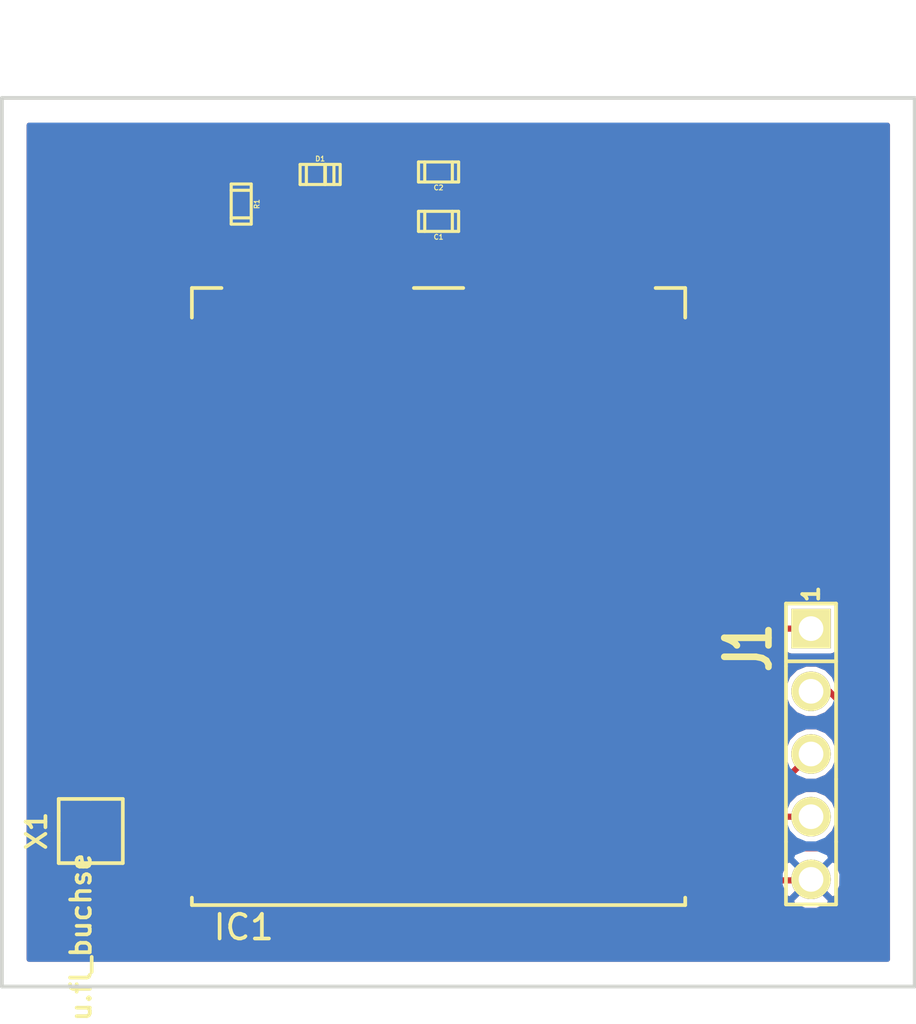
<source format=kicad_pcb>
(kicad_pcb (version 4) (host pcbnew 4.0.6)

  (general
    (links 22)
    (no_connects 0)
    (area 0 0 0 0)
    (thickness 1.6)
    (drawings 5)
    (tracks 45)
    (zones 0)
    (modules 7)
    (nets 9)
  )

  (page A4)
  (title_block
    (date 2017-05-02)
    (rev 1.0)
    (company "Lobaro Hamburg")
  )

  (layers
    (0 F.Cu signal)
    (31 B.Cu signal)
    (32 B.Adhes user)
    (33 F.Adhes user)
    (34 B.Paste user)
    (35 F.Paste user)
    (36 B.SilkS user)
    (37 F.SilkS user)
    (38 B.Mask user)
    (39 F.Mask user)
    (40 Dwgs.User user)
    (41 Cmts.User user)
    (42 Eco1.User user)
    (43 Eco2.User user)
    (44 Edge.Cuts user)
    (45 Margin user)
    (46 B.CrtYd user)
    (47 F.CrtYd user)
    (48 B.Fab user)
    (49 F.Fab user)
  )

  (setup
    (last_trace_width 0.25)
    (user_trace_width 0.4)
    (user_trace_width 1)
    (user_trace_width 1.6)
    (trace_clearance 0.2)
    (zone_clearance 0.2)
    (zone_45_only yes)
    (trace_min 0.2)
    (segment_width 0.2)
    (edge_width 0.15)
    (via_size 0.6)
    (via_drill 0.4)
    (via_min_size 0.4)
    (via_min_drill 0.3)
    (uvia_size 0.3)
    (uvia_drill 0.1)
    (uvias_allowed no)
    (uvia_min_size 0.2)
    (uvia_min_drill 0.1)
    (pcb_text_width 0.3)
    (pcb_text_size 1.5 1.5)
    (mod_edge_width 0.15)
    (mod_text_size 1 1)
    (mod_text_width 0.15)
    (pad_size 1.524 1.524)
    (pad_drill 0.762)
    (pad_to_mask_clearance 0.2)
    (aux_axis_origin 0 0)
    (visible_elements 7FFEFF7F)
    (pcbplotparams
      (layerselection 0x00030_80000001)
      (usegerberextensions false)
      (excludeedgelayer true)
      (linewidth 0.100000)
      (plotframeref false)
      (viasonmask false)
      (mode 1)
      (useauxorigin false)
      (hpglpennumber 1)
      (hpglpenspeed 20)
      (hpglpendiameter 15)
      (hpglpenoverlay 2)
      (psnegative false)
      (psa4output false)
      (plotreference true)
      (plotvalue true)
      (plotinvisibletext false)
      (padsonsilk false)
      (subtractmaskfromsilk false)
      (outputformat 1)
      (mirror false)
      (drillshape 1)
      (scaleselection 1)
      (outputdirectory ""))
  )

  (net 0 "")
  (net 1 VDD)
  (net 2 GND)
  (net 3 "Net-(D1-Pad2)")
  (net 4 /SWCLK)
  (net 5 /SWDIO)
  (net 6 /~Reset)
  (net 7 "Net-(IC1-Pad31)")
  (net 8 "Net-(IC1-Pad20)")

  (net_class Default "Dies ist die voreingestellte Netzklasse."
    (clearance 0.2)
    (trace_width 0.25)
    (via_dia 0.6)
    (via_drill 0.4)
    (uvia_dia 0.3)
    (uvia_drill 0.1)
    (add_net /SWCLK)
    (add_net /SWDIO)
    (add_net /~Reset)
    (add_net GND)
    (add_net "Net-(D1-Pad2)")
    (add_net "Net-(IC1-Pad20)")
    (add_net "Net-(IC1-Pad31)")
    (add_net VDD)
  )

  (module StdFootprints:0603 (layer F.Cu) (tedit 54156F84) (tstamp 59092405)
    (at 147.7 67 180)
    (descr 0603)
    (path /59086F9F)
    (fp_text reference C1 (at 0 -0.635 180) (layer F.SilkS)
      (effects (font (size 0.20066 0.20066) (thickness 0.04064)))
    )
    (fp_text value 100nF (at 0 0.635 180) (layer F.SilkS) hide
      (effects (font (size 0.20066 0.20066) (thickness 0.04064)))
    )
    (fp_line (start 0.5588 0.4064) (end 0.5588 -0.4064) (layer F.SilkS) (width 0.127))
    (fp_line (start -0.5588 -0.381) (end -0.5588 0.4064) (layer F.SilkS) (width 0.127))
    (fp_line (start -0.8128 -0.4064) (end 0.8128 -0.4064) (layer F.SilkS) (width 0.127))
    (fp_line (start 0.8128 -0.4064) (end 0.8128 0.4064) (layer F.SilkS) (width 0.127))
    (fp_line (start 0.8128 0.4064) (end -0.8128 0.4064) (layer F.SilkS) (width 0.127))
    (fp_line (start -0.8128 0.4064) (end -0.8128 -0.4064) (layer F.SilkS) (width 0.127))
    (pad 1 smd rect (at 0.75184 0 180) (size 0.89916 1.00076) (layers F.Cu F.Paste F.Mask)
      (net 1 VDD))
    (pad 2 smd rect (at -0.75184 0 180) (size 0.89916 1.00076) (layers F.Cu F.Paste F.Mask)
      (net 2 GND))
    (model smd/capacitors/c_0603.wrl
      (at (xyz 0 0 0))
      (scale (xyz 1 1 1))
      (rotate (xyz 0 0 0))
    )
  )

  (module StdFootprints:0603 (layer F.Cu) (tedit 54156F84) (tstamp 59092411)
    (at 147.7 65 180)
    (descr 0603)
    (path /59087030)
    (fp_text reference C2 (at 0 -0.635 180) (layer F.SilkS)
      (effects (font (size 0.20066 0.20066) (thickness 0.04064)))
    )
    (fp_text value 1uF (at 0 0.635 180) (layer F.SilkS) hide
      (effects (font (size 0.20066 0.20066) (thickness 0.04064)))
    )
    (fp_line (start 0.5588 0.4064) (end 0.5588 -0.4064) (layer F.SilkS) (width 0.127))
    (fp_line (start -0.5588 -0.381) (end -0.5588 0.4064) (layer F.SilkS) (width 0.127))
    (fp_line (start -0.8128 -0.4064) (end 0.8128 -0.4064) (layer F.SilkS) (width 0.127))
    (fp_line (start 0.8128 -0.4064) (end 0.8128 0.4064) (layer F.SilkS) (width 0.127))
    (fp_line (start 0.8128 0.4064) (end -0.8128 0.4064) (layer F.SilkS) (width 0.127))
    (fp_line (start -0.8128 0.4064) (end -0.8128 -0.4064) (layer F.SilkS) (width 0.127))
    (pad 1 smd rect (at 0.75184 0 180) (size 0.89916 1.00076) (layers F.Cu F.Paste F.Mask)
      (net 1 VDD))
    (pad 2 smd rect (at -0.75184 0 180) (size 0.89916 1.00076) (layers F.Cu F.Paste F.Mask)
      (net 2 GND))
    (model smd/capacitors/c_0603.wrl
      (at (xyz 0 0 0))
      (scale (xyz 1 1 1))
      (rotate (xyz 0 0 0))
    )
  )

  (module StdFootprints:0603_D (layer F.Cu) (tedit 54156F71) (tstamp 5909241E)
    (at 142.9 65.1)
    (descr 0603)
    (path /59088421)
    (fp_text reference D1 (at 0 -0.635) (layer F.SilkS)
      (effects (font (size 0.20066 0.20066) (thickness 0.04064)))
    )
    (fp_text value LED (at 0 0.635) (layer F.SilkS) hide
      (effects (font (size 0.20066 0.20066) (thickness 0.04064)))
    )
    (fp_line (start 0.2 0.4) (end 0.2 -0.4) (layer F.SilkS) (width 0.15))
    (fp_line (start 0.5588 0.4064) (end 0.5588 -0.4064) (layer F.SilkS) (width 0.127))
    (fp_line (start -0.5588 -0.381) (end -0.5588 0.4064) (layer F.SilkS) (width 0.127))
    (fp_line (start -0.8128 -0.4064) (end 0.8128 -0.4064) (layer F.SilkS) (width 0.127))
    (fp_line (start 0.8128 -0.4064) (end 0.8128 0.4064) (layer F.SilkS) (width 0.127))
    (fp_line (start 0.8128 0.4064) (end -0.8128 0.4064) (layer F.SilkS) (width 0.127))
    (fp_line (start -0.8128 0.4064) (end -0.8128 -0.4064) (layer F.SilkS) (width 0.127))
    (pad 1 smd rect (at 0.75184 0) (size 0.89916 1.00076) (layers F.Cu F.Paste F.Mask)
      (net 2 GND))
    (pad 2 smd rect (at -0.75184 0) (size 0.89916 1.00076) (layers F.Cu F.Paste F.Mask)
      (net 3 "Net-(D1-Pad2)"))
    (model smd/capacitors/c_0603.wrl
      (at (xyz 0 0 0))
      (scale (xyz 1 1 1))
      (rotate (xyz 0 0 0))
    )
  )

  (module iM880B (layer F.Cu) (tedit 572A041D) (tstamp 5909244A)
    (at 147.7 82.2 270)
    (path /59086D35)
    (fp_text reference IC1 (at 13.4 7.9 360) (layer F.SilkS)
      (effects (font (size 1 1) (thickness 0.15)))
    )
    (fp_text value iM880B (at 0 0 270) (layer F.Fab)
      (effects (font (size 1 1) (thickness 0.15)))
    )
    (fp_line (start 12.5 -10) (end 12.2 -10) (layer F.SilkS) (width 0.15))
    (fp_line (start 12.5 10) (end 12.2 10) (layer F.SilkS) (width 0.15))
    (fp_line (start -12.5 -10) (end -12.5 -8.8) (layer F.SilkS) (width 0.15))
    (fp_line (start -12.5 -10) (end -11.3 -10) (layer F.SilkS) (width 0.15))
    (fp_line (start 12.5 10) (end 12.5 -10) (layer F.SilkS) (width 0.15))
    (fp_line (start -12.5 -1) (end -12.5 1) (layer F.SilkS) (width 0.15))
    (fp_line (start -12.5 10) (end -12.5 8.8) (layer F.SilkS) (width 0.15))
    (fp_line (start -12.5 10) (end -11.3 10) (layer F.SilkS) (width 0.15))
    (pad 1 smd rect (at 11.5 -9.7 270) (size 1.2 1.8) (layers F.Cu F.Paste F.Mask)
      (net 2 GND))
    (pad 2 smd rect (at 9.5 -9.7 270) (size 1.2 1.8) (layers F.Cu F.Paste F.Mask)
      (net 4 /SWCLK))
    (pad 3 smd rect (at 7.5 -9.7 270) (size 1.2 1.8) (layers F.Cu F.Paste F.Mask)
      (net 5 /SWDIO))
    (pad 4 smd rect (at 5.5 -9.7 270) (size 1.2 1.8) (layers F.Cu F.Paste F.Mask))
    (pad 5 smd rect (at 3.5 -9.7 270) (size 1.2 1.8) (layers F.Cu F.Paste F.Mask))
    (pad 6 smd rect (at 1.5 -9.7 270) (size 1.2 1.8) (layers F.Cu F.Paste F.Mask)
      (net 2 GND))
    (pad 7 smd rect (at -0.5 -9.7 270) (size 1.2 1.8) (layers F.Cu F.Paste F.Mask)
      (net 6 /~Reset))
    (pad 8 smd rect (at -2.5 -9.7 270) (size 1.2 1.8) (layers F.Cu F.Paste F.Mask))
    (pad 9 smd rect (at -4.5 -9.7 270) (size 1.2 1.8) (layers F.Cu F.Paste F.Mask))
    (pad 10 smd rect (at -6.5 -9.7 270) (size 1.2 1.8) (layers F.Cu F.Paste F.Mask))
    (pad 11 smd rect (at -8.5 -9.7 270) (size 1.2 1.8) (layers F.Cu F.Paste F.Mask)
      (net 2 GND))
    (pad 21 smd oval (at -10.5 9.7 270) (size 1.2 1.8) (layers F.Cu F.Paste F.Mask))
    (pad 22 smd rect (at -8.5 9.7 270) (size 1.2 1.8) (layers F.Cu F.Paste F.Mask)
      (net 2 GND))
    (pad 23 smd rect (at -6.5 9.7 270) (size 1.2 1.8) (layers F.Cu F.Paste F.Mask))
    (pad 24 smd rect (at -4.5 9.7 270) (size 1.2 1.8) (layers F.Cu F.Paste F.Mask))
    (pad 25 smd rect (at -2.5 9.7 270) (size 1.2 1.8) (layers F.Cu F.Paste F.Mask))
    (pad 26 smd rect (at -0.5 9.7 270) (size 1.2 1.8) (layers F.Cu F.Paste F.Mask))
    (pad 27 smd rect (at 1.5 9.7 270) (size 1.2 1.8) (layers F.Cu F.Paste F.Mask)
      (net 2 GND))
    (pad 28 smd rect (at 3.5 9.7 270) (size 1.2 1.8) (layers F.Cu F.Paste F.Mask))
    (pad 29 smd rect (at 5.5 9.7 270) (size 1.2 1.8) (layers F.Cu F.Paste F.Mask))
    (pad 30 smd rect (at 7.5 9.7 270) (size 1.2 1.8) (layers F.Cu F.Paste F.Mask)
      (net 2 GND))
    (pad 31 smd rect (at 9.5 9.7 270) (size 1.2 1.8) (layers F.Cu F.Paste F.Mask)
      (net 7 "Net-(IC1-Pad31)"))
    (pad 32 smd rect (at 11.5 9.7 270) (size 1.2 1.8) (layers F.Cu F.Paste F.Mask)
      (net 2 GND))
    (pad 13 smd oval (at -12.2 -8) (size 1.2 1.8) (layers F.Cu F.Paste F.Mask))
    (pad 14 smd rect (at -12.2 -6) (size 1.2 1.8) (layers F.Cu F.Paste F.Mask))
    (pad 15 smd rect (at -12.2 -4) (size 1.2 1.8) (layers F.Cu F.Paste F.Mask))
    (pad 16 smd rect (at -12.2 -2) (size 1.2 1.8) (layers F.Cu F.Paste F.Mask)
      (net 2 GND))
    (pad 17 smd rect (at -12.2 2) (size 1.2 1.8) (layers F.Cu F.Paste F.Mask)
      (net 1 VDD))
    (pad 18 smd rect (at -12.2 4) (size 1.2 1.8) (layers F.Cu F.Paste F.Mask))
    (pad 19 smd rect (at -12.2 6) (size 1.2 1.8) (layers F.Cu F.Paste F.Mask))
    (pad 20 smd oval (at -12.2 8) (size 1.2 1.8) (layers F.Cu F.Paste F.Mask)
      (net 8 "Net-(IC1-Pad20)"))
    (pad 12 smd oval (at -10.5 -9.7 270) (size 1.2 1.8) (layers F.Cu F.Paste F.Mask))
  )

  (module StdFootprints:HDR1x5 (layer F.Cu) (tedit 54EB74A4) (tstamp 5909245D)
    (at 162.8 88.6 270)
    (descr "6PIN Header")
    (tags "CONN DEV")
    (path /590871E9)
    (fp_text reference J1 (at -4.318 2.54 270) (layer F.SilkS)
      (effects (font (size 1.7907 1.07696) (thickness 0.26924)))
    )
    (fp_text value CONN_01X05 (at -5.588 -2.032 270) (layer F.SilkS) hide
      (effects (font (size 1.524 1.016) (thickness 0.3048)))
    )
    (fp_text user 1 (at -6.5 0 270) (layer F.SilkS)
      (effects (font (size 0.65 0.65) (thickness 0.15)))
    )
    (fp_line (start 3.536 1.016) (end 6.076 1.016) (layer F.SilkS) (width 0.15))
    (fp_line (start 6.076 1.016) (end 6.076 -1.016) (layer F.SilkS) (width 0.15))
    (fp_line (start 6.076 -1.016) (end 3.536 -1.016) (layer F.SilkS) (width 0.15))
    (fp_line (start -6.116 1.016) (end -3.576 1.016) (layer F.SilkS) (width 0.15))
    (fp_line (start -3.576 1.016) (end 3.536 1.016) (layer F.SilkS) (width 0.15))
    (fp_line (start 3.536 -1.016) (end 0.996 -1.016) (layer F.SilkS) (width 0.15))
    (fp_line (start 0.996 -1.016) (end -6.116 -1.016) (layer F.SilkS) (width 0.15))
    (fp_line (start -3.776 -1.016) (end -3.776 1.016) (layer F.SilkS) (width 0.15))
    (fp_line (start -6.116 -1.016) (end -6.116 1.016) (layer F.SilkS) (width 0.15))
    (pad 5 thru_hole circle (at 5.06 0 270) (size 1.6 1.6) (drill 1) (layers *.Cu *.Mask F.SilkS)
      (net 2 GND))
    (pad 3 thru_hole circle (at -0.02 0 270) (size 1.6 1.6) (drill 1) (layers *.Cu *.Mask F.SilkS)
      (net 5 /SWDIO))
    (pad 1 thru_hole rect (at -5.1 0 270) (size 1.6 1.6) (drill 1) (layers *.Cu *.Mask F.SilkS)
      (net 6 /~Reset))
    (pad 2 thru_hole circle (at -2.56 0 270) (size 1.6 1.6) (drill 1) (layers *.Cu *.Mask F.SilkS)
      (net 4 /SWCLK))
    (pad 4 thru_hole circle (at 2.52 0 270) (size 1.6 1.6) (drill 1) (layers *.Cu *.Mask F.SilkS)
      (net 1 VDD))
  )

  (module StdFootprints:0603 (layer F.Cu) (tedit 54156F84) (tstamp 59092469)
    (at 139.7 66.3 270)
    (descr 0603)
    (path /590884C2)
    (fp_text reference R1 (at 0 -0.635 270) (layer F.SilkS)
      (effects (font (size 0.20066 0.20066) (thickness 0.04064)))
    )
    (fp_text value 1K (at 0 0.635 270) (layer F.SilkS) hide
      (effects (font (size 0.20066 0.20066) (thickness 0.04064)))
    )
    (fp_line (start 0.5588 0.4064) (end 0.5588 -0.4064) (layer F.SilkS) (width 0.127))
    (fp_line (start -0.5588 -0.381) (end -0.5588 0.4064) (layer F.SilkS) (width 0.127))
    (fp_line (start -0.8128 -0.4064) (end 0.8128 -0.4064) (layer F.SilkS) (width 0.127))
    (fp_line (start 0.8128 -0.4064) (end 0.8128 0.4064) (layer F.SilkS) (width 0.127))
    (fp_line (start 0.8128 0.4064) (end -0.8128 0.4064) (layer F.SilkS) (width 0.127))
    (fp_line (start -0.8128 0.4064) (end -0.8128 -0.4064) (layer F.SilkS) (width 0.127))
    (pad 1 smd rect (at 0.75184 0 270) (size 0.89916 1.00076) (layers F.Cu F.Paste F.Mask)
      (net 8 "Net-(IC1-Pad20)"))
    (pad 2 smd rect (at -0.75184 0 270) (size 0.89916 1.00076) (layers F.Cu F.Paste F.Mask)
      (net 3 "Net-(D1-Pad2)"))
    (model smd/capacitors/c_0603.wrl
      (at (xyz 0 0 0))
      (scale (xyz 1 1 1))
      (rotate (xyz 0 0 0))
    )
  )

  (module farnell:ufl_smd (layer F.Cu) (tedit 5450E3E0) (tstamp 59092476)
    (at 133.6 91.7 90)
    (descr "hrs ufl")
    (tags 1688077)
    (path /59087944)
    (fp_text reference X1 (at 0 -2.2 90) (layer F.SilkS)
      (effects (font (size 0.8 0.8) (thickness 0.15)))
    )
    (fp_text value u.fl_buchse (at -4.3 -0.4 90) (layer F.SilkS)
      (effects (font (size 0.8 0.8) (thickness 0.15)))
    )
    (fp_line (start 0 -1.3) (end 1.3 -1.3) (layer F.SilkS) (width 0.15))
    (fp_line (start 1.3 -1.3) (end 1.3 0) (layer F.SilkS) (width 0.15))
    (fp_line (start 1.3 0) (end 1.3 1.3) (layer F.SilkS) (width 0.15))
    (fp_line (start 1.3 1.3) (end -1.3 1.3) (layer F.SilkS) (width 0.15))
    (fp_line (start -1.3 1.3) (end -1.3 -1.3) (layer F.SilkS) (width 0.15))
    (fp_line (start -1.3 -1.3) (end 0 -1.3) (layer F.SilkS) (width 0.15))
    (pad 1 smd rect (at 0 1.5 90) (size 1 1) (layers F.Cu F.Paste F.Mask)
      (net 7 "Net-(IC1-Pad31)"))
    (pad 2 smd rect (at 1.55 0 90) (size 1.2 2.2) (layers F.Cu F.Paste F.Mask)
      (net 2 GND) (zone_connect 0))
    (pad 2 smd rect (at -1.55 0 90) (size 1.2 2.2) (layers F.Cu F.Paste F.Mask)
      (net 2 GND) (zone_connect 0))
  )

  (gr_text "Routing just for demonstration" (at 147.828 59.436) (layer Cmts.User)
    (effects (font (size 1.5 1.5) (thickness 0.3)))
  )
  (gr_line (start 130 62) (end 130 98) (angle 90) (layer Edge.Cuts) (width 0.15))
  (gr_line (start 167 62) (end 130 62) (angle 90) (layer Edge.Cuts) (width 0.15))
  (gr_line (start 167 98) (end 167 62) (angle 90) (layer Edge.Cuts) (width 0.15))
  (gr_line (start 130 98) (end 167 98) (angle 90) (layer Edge.Cuts) (width 0.15))

  (segment (start 146.94816 65) (end 146.94816 67) (width 0.25) (layer F.Cu) (net 1))
  (segment (start 146.94816 67) (end 145.796 68.15216) (width 0.25) (layer F.Cu) (net 1) (tstamp 59092597))
  (segment (start 145.796 68.15216) (end 145.796 69.904) (width 0.25) (layer F.Cu) (net 1) (tstamp 59092598))
  (segment (start 145.796 69.904) (end 145.7 70) (width 0.25) (layer F.Cu) (net 1) (tstamp 59092599))
  (segment (start 162.8 91.12) (end 159.192 91.12) (width 0.25) (layer F.Cu) (net 1))
  (segment (start 145.7 71.151) (end 145.7 70) (width 0.25) (layer F.Cu) (net 1) (tstamp 59092583))
  (segment (start 154.686 80.137) (end 145.7 71.151) (width 0.25) (layer F.Cu) (net 1) (tstamp 59092581))
  (segment (start 154.686 89.662) (end 154.686 80.137) (width 0.25) (layer F.Cu) (net 1) (tstamp 5909257F))
  (segment (start 155.702 90.678) (end 154.686 89.662) (width 0.25) (layer F.Cu) (net 1) (tstamp 5909257E))
  (segment (start 158.75 90.678) (end 155.702 90.678) (width 0.25) (layer F.Cu) (net 1) (tstamp 5909257D))
  (segment (start 159.192 91.12) (end 158.75 90.678) (width 0.25) (layer F.Cu) (net 1) (tstamp 5909257C))
  (segment (start 133.6 90.15) (end 135.148 90.15) (width 0.25) (layer F.Cu) (net 2))
  (segment (start 135.598 89.7) (end 138 89.7) (width 0.25) (layer F.Cu) (net 2) (tstamp 59092592))
  (segment (start 135.148 90.15) (end 135.598 89.7) (width 0.25) (layer F.Cu) (net 2) (tstamp 59092591))
  (segment (start 133.6 93.25) (end 135.414 93.25) (width 0.25) (layer F.Cu) (net 2))
  (segment (start 135.864 93.7) (end 138 93.7) (width 0.25) (layer F.Cu) (net 2) (tstamp 5909258F))
  (segment (start 135.414 93.25) (end 135.864 93.7) (width 0.25) (layer F.Cu) (net 2) (tstamp 5909258E))
  (segment (start 143.65184 65.1) (end 144.3 65.1) (width 0.25) (layer F.Cu) (net 2))
  (segment (start 148.45184 64.05184) (end 148.45184 65) (width 0.25) (layer F.Cu) (net 2) (tstamp 59092577))
  (segment (start 147.8 63.4) (end 148.45184 64.05184) (width 0.25) (layer F.Cu) (net 2) (tstamp 59092576))
  (segment (start 146 63.4) (end 147.8 63.4) (width 0.25) (layer F.Cu) (net 2) (tstamp 59092575))
  (segment (start 144.3 65.1) (end 146 63.4) (width 0.25) (layer F.Cu) (net 2) (tstamp 59092574))
  (segment (start 149.7 70) (end 149.7 68.9) (width 0.25) (layer F.Cu) (net 2))
  (segment (start 148.45184 67.65184) (end 148.45184 65) (width 0.25) (layer F.Cu) (net 2) (tstamp 5909256C))
  (segment (start 149.7 68.9) (end 148.45184 67.65184) (width 0.25) (layer F.Cu) (net 2) (tstamp 5909256B))
  (segment (start 157.4 93.7) (end 162.76 93.7) (width 0.25) (layer F.Cu) (net 2))
  (segment (start 162.76 93.7) (end 162.8 93.66) (width 0.25) (layer F.Cu) (net 2) (tstamp 59092555))
  (segment (start 139.7 65.54816) (end 140.35184 65.54816) (width 0.25) (layer F.Cu) (net 3))
  (segment (start 140.8 65.1) (end 142.14816 65.1) (width 0.25) (layer F.Cu) (net 3) (tstamp 59092572))
  (segment (start 140.35184 65.54816) (end 140.8 65.1) (width 0.25) (layer F.Cu) (net 3) (tstamp 59092571))
  (segment (start 157.4 91.7) (end 160.4 91.7) (width 0.25) (layer F.Cu) (net 4))
  (segment (start 164.6 87.1) (end 163.54 86.04) (width 0.25) (layer F.Cu) (net 4) (tstamp 5909255E))
  (segment (start 164.6 91.5) (end 164.6 87.1) (width 0.25) (layer F.Cu) (net 4) (tstamp 5909255D))
  (segment (start 163.7 92.4) (end 164.6 91.5) (width 0.25) (layer F.Cu) (net 4) (tstamp 5909255C))
  (segment (start 161.1 92.4) (end 163.7 92.4) (width 0.25) (layer F.Cu) (net 4) (tstamp 5909255B))
  (segment (start 160.4 91.7) (end 161.1 92.4) (width 0.25) (layer F.Cu) (net 4) (tstamp 5909255A))
  (segment (start 163.54 86.04) (end 162.8 86.04) (width 0.25) (layer F.Cu) (net 4) (tstamp 5909255F))
  (segment (start 157.4 89.7) (end 161.68 89.7) (width 0.25) (layer F.Cu) (net 5))
  (segment (start 161.68 89.7) (end 162.8 88.58) (width 0.25) (layer F.Cu) (net 5) (tstamp 59092557))
  (segment (start 162.8 83.5) (end 161.1 83.5) (width 0.25) (layer F.Cu) (net 6))
  (segment (start 159.3 81.7) (end 157.4 81.7) (width 0.25) (layer F.Cu) (net 6) (tstamp 59092563))
  (segment (start 161.1 83.5) (end 159.3 81.7) (width 0.25) (layer F.Cu) (net 6) (tstamp 59092561))
  (segment (start 138 91.7) (end 135.6 91.7) (width 1.6) (layer F.Cu) (net 7))
  (segment (start 135.6 91.7) (end 135.1 91.7) (width 1.6) (layer F.Cu) (net 7) (tstamp 59092540))
  (segment (start 139.7 70) (end 139.7 67.05184) (width 0.25) (layer F.Cu) (net 8))

  (zone (net 2) (net_name GND) (layer F.Cu) (tstamp 5909257A) (hatch edge 0.508)
    (connect_pads (clearance 0.2))
    (min_thickness 0.2)
    (fill yes (arc_segments 16) (thermal_gap 0.35) (thermal_bridge_width 0.26))
    (polygon
      (pts
        (xy 131 63) (xy 166 63) (xy 166 97) (xy 131 97)
      )
    )
    (filled_polygon
      (pts
        (xy 165.9 96.9) (xy 131.1 96.9) (xy 131.1 89.55) (xy 132.143144 89.55) (xy 132.143144 90.75)
        (xy 132.167549 90.879702) (xy 132.234 90.982969) (xy 132.234 92.419339) (xy 132.171259 92.511163) (xy 132.143144 92.65)
        (xy 132.143144 93.85) (xy 132.167549 93.979702) (xy 132.244203 94.098825) (xy 132.361163 94.178741) (xy 132.5 94.206856)
        (xy 134.7 94.206856) (xy 134.829702 94.182451) (xy 134.948825 94.105797) (xy 135.028741 93.988837) (xy 135.056856 93.85)
        (xy 135.056856 93.8425) (xy 136.65 93.8425) (xy 136.65 94.389511) (xy 136.718509 94.554905) (xy 136.845096 94.681492)
        (xy 137.01049 94.75) (xy 137.8575 94.75) (xy 137.97 94.6375) (xy 137.97 93.73) (xy 138.03 93.73)
        (xy 138.03 94.6375) (xy 138.1425 94.75) (xy 138.98951 94.75) (xy 139.154904 94.681492) (xy 139.281491 94.554905)
        (xy 139.35 94.389511) (xy 139.35 93.8425) (xy 156.05 93.8425) (xy 156.05 94.389511) (xy 156.118509 94.554905)
        (xy 156.245096 94.681492) (xy 156.41049 94.75) (xy 157.2575 94.75) (xy 157.37 94.6375) (xy 157.37 93.73)
        (xy 157.43 93.73) (xy 157.43 94.6375) (xy 157.5425 94.75) (xy 158.38951 94.75) (xy 158.554904 94.681492)
        (xy 158.681491 94.554905) (xy 158.70316 94.50259) (xy 161.999837 94.50259) (xy 162.075352 94.708431) (xy 162.531729 94.905935)
        (xy 163.028949 94.913756) (xy 163.491314 94.730705) (xy 163.524648 94.708431) (xy 163.600163 94.50259) (xy 162.8 93.702426)
        (xy 161.999837 94.50259) (xy 158.70316 94.50259) (xy 158.75 94.389511) (xy 158.75 93.8425) (xy 158.6375 93.73)
        (xy 157.43 93.73) (xy 157.37 93.73) (xy 156.1625 93.73) (xy 156.05 93.8425) (xy 139.35 93.8425)
        (xy 139.2375 93.73) (xy 138.03 93.73) (xy 137.97 93.73) (xy 136.7625 93.73) (xy 136.65 93.8425)
        (xy 135.056856 93.8425) (xy 135.056856 92.791418) (xy 135.1 92.8) (xy 136.763604 92.8) (xy 136.718509 92.845095)
        (xy 136.65 93.010489) (xy 136.65 93.5575) (xy 136.7625 93.67) (xy 137.97 93.67) (xy 137.97 93.65)
        (xy 138.03 93.65) (xy 138.03 93.67) (xy 139.2375 93.67) (xy 139.35 93.5575) (xy 139.35 93.010489)
        (xy 156.05 93.010489) (xy 156.05 93.5575) (xy 156.1625 93.67) (xy 157.37 93.67) (xy 157.37 92.7625)
        (xy 157.43 92.7625) (xy 157.43 93.67) (xy 158.6375 93.67) (xy 158.75 93.5575) (xy 158.75 93.010489)
        (xy 158.681491 92.845095) (xy 158.554904 92.718508) (xy 158.38951 92.65) (xy 157.5425 92.65) (xy 157.43 92.7625)
        (xy 157.37 92.7625) (xy 157.2575 92.65) (xy 156.41049 92.65) (xy 156.245096 92.718508) (xy 156.118509 92.845095)
        (xy 156.05 93.010489) (xy 139.35 93.010489) (xy 139.281491 92.845095) (xy 139.154904 92.718508) (xy 138.98951 92.65)
        (xy 138.520127 92.65) (xy 138.586162 92.605877) (xy 138.9 92.605877) (xy 139.011173 92.584958) (xy 139.113279 92.519255)
        (xy 139.181778 92.419003) (xy 139.205877 92.3) (xy 139.205877 91.1) (xy 139.184958 90.988827) (xy 139.119255 90.886721)
        (xy 139.019003 90.818222) (xy 138.9 90.794123) (xy 138.586162 90.794123) (xy 138.520127 90.75) (xy 138.98951 90.75)
        (xy 139.154904 90.681492) (xy 139.281491 90.554905) (xy 139.35 90.389511) (xy 139.35 89.8425) (xy 139.2375 89.73)
        (xy 138.03 89.73) (xy 138.03 89.75) (xy 137.97 89.75) (xy 137.97 89.73) (xy 136.7625 89.73)
        (xy 136.65 89.8425) (xy 136.65 90.389511) (xy 136.718509 90.554905) (xy 136.763604 90.6) (xy 135.1 90.6)
        (xy 135.056856 90.608582) (xy 135.056856 89.55) (xy 135.032451 89.420298) (xy 134.955797 89.301175) (xy 134.838837 89.221259)
        (xy 134.7 89.193144) (xy 132.5 89.193144) (xy 132.370298 89.217549) (xy 132.251175 89.294203) (xy 132.171259 89.411163)
        (xy 132.143144 89.55) (xy 131.1 89.55) (xy 131.1 89.010489) (xy 136.65 89.010489) (xy 136.65 89.5575)
        (xy 136.7625 89.67) (xy 137.97 89.67) (xy 137.97 88.7625) (xy 138.03 88.7625) (xy 138.03 89.67)
        (xy 139.2375 89.67) (xy 139.35 89.5575) (xy 139.35 89.010489) (xy 139.281491 88.845095) (xy 139.154904 88.718508)
        (xy 138.98951 88.65) (xy 138.1425 88.65) (xy 138.03 88.7625) (xy 137.97 88.7625) (xy 137.8575 88.65)
        (xy 137.01049 88.65) (xy 136.845096 88.718508) (xy 136.718509 88.845095) (xy 136.65 89.010489) (xy 131.1 89.010489)
        (xy 131.1 87.1) (xy 136.794123 87.1) (xy 136.794123 88.3) (xy 136.815042 88.411173) (xy 136.880745 88.513279)
        (xy 136.980997 88.581778) (xy 137.1 88.605877) (xy 138.9 88.605877) (xy 139.011173 88.584958) (xy 139.113279 88.519255)
        (xy 139.181778 88.419003) (xy 139.205877 88.3) (xy 139.205877 87.1) (xy 139.184958 86.988827) (xy 139.119255 86.886721)
        (xy 139.019003 86.818222) (xy 138.9 86.794123) (xy 137.1 86.794123) (xy 136.988827 86.815042) (xy 136.886721 86.880745)
        (xy 136.818222 86.980997) (xy 136.794123 87.1) (xy 131.1 87.1) (xy 131.1 85.1) (xy 136.794123 85.1)
        (xy 136.794123 86.3) (xy 136.815042 86.411173) (xy 136.880745 86.513279) (xy 136.980997 86.581778) (xy 137.1 86.605877)
        (xy 138.9 86.605877) (xy 139.011173 86.584958) (xy 139.113279 86.519255) (xy 139.181778 86.419003) (xy 139.205877 86.3)
        (xy 139.205877 85.1) (xy 139.184958 84.988827) (xy 139.119255 84.886721) (xy 139.019003 84.818222) (xy 138.9 84.794123)
        (xy 137.1 84.794123) (xy 136.988827 84.815042) (xy 136.886721 84.880745) (xy 136.818222 84.980997) (xy 136.794123 85.1)
        (xy 131.1 85.1) (xy 131.1 83.8425) (xy 136.65 83.8425) (xy 136.65 84.389511) (xy 136.718509 84.554905)
        (xy 136.845096 84.681492) (xy 137.01049 84.75) (xy 137.8575 84.75) (xy 137.97 84.6375) (xy 137.97 83.73)
        (xy 138.03 83.73) (xy 138.03 84.6375) (xy 138.1425 84.75) (xy 138.98951 84.75) (xy 139.154904 84.681492)
        (xy 139.281491 84.554905) (xy 139.35 84.389511) (xy 139.35 83.8425) (xy 139.2375 83.73) (xy 138.03 83.73)
        (xy 137.97 83.73) (xy 136.7625 83.73) (xy 136.65 83.8425) (xy 131.1 83.8425) (xy 131.1 83.010489)
        (xy 136.65 83.010489) (xy 136.65 83.5575) (xy 136.7625 83.67) (xy 137.97 83.67) (xy 137.97 82.7625)
        (xy 138.03 82.7625) (xy 138.03 83.67) (xy 139.2375 83.67) (xy 139.35 83.5575) (xy 139.35 83.010489)
        (xy 139.281491 82.845095) (xy 139.154904 82.718508) (xy 138.98951 82.65) (xy 138.1425 82.65) (xy 138.03 82.7625)
        (xy 137.97 82.7625) (xy 137.8575 82.65) (xy 137.01049 82.65) (xy 136.845096 82.718508) (xy 136.718509 82.845095)
        (xy 136.65 83.010489) (xy 131.1 83.010489) (xy 131.1 81.1) (xy 136.794123 81.1) (xy 136.794123 82.3)
        (xy 136.815042 82.411173) (xy 136.880745 82.513279) (xy 136.980997 82.581778) (xy 137.1 82.605877) (xy 138.9 82.605877)
        (xy 139.011173 82.584958) (xy 139.113279 82.519255) (xy 139.181778 82.419003) (xy 139.205877 82.3) (xy 139.205877 81.1)
        (xy 139.184958 80.988827) (xy 139.119255 80.886721) (xy 139.019003 80.818222) (xy 138.9 80.794123) (xy 137.1 80.794123)
        (xy 136.988827 80.815042) (xy 136.886721 80.880745) (xy 136.818222 80.980997) (xy 136.794123 81.1) (xy 131.1 81.1)
        (xy 131.1 79.1) (xy 136.794123 79.1) (xy 136.794123 80.3) (xy 136.815042 80.411173) (xy 136.880745 80.513279)
        (xy 136.980997 80.581778) (xy 137.1 80.605877) (xy 138.9 80.605877) (xy 139.011173 80.584958) (xy 139.113279 80.519255)
        (xy 139.181778 80.419003) (xy 139.205877 80.3) (xy 139.205877 79.1) (xy 139.184958 78.988827) (xy 139.119255 78.886721)
        (xy 139.019003 78.818222) (xy 138.9 78.794123) (xy 137.1 78.794123) (xy 136.988827 78.815042) (xy 136.886721 78.880745)
        (xy 136.818222 78.980997) (xy 136.794123 79.1) (xy 131.1 79.1) (xy 131.1 77.1) (xy 136.794123 77.1)
        (xy 136.794123 78.3) (xy 136.815042 78.411173) (xy 136.880745 78.513279) (xy 136.980997 78.581778) (xy 137.1 78.605877)
        (xy 138.9 78.605877) (xy 139.011173 78.584958) (xy 139.113279 78.519255) (xy 139.181778 78.419003) (xy 139.205877 78.3)
        (xy 139.205877 77.1) (xy 139.184958 76.988827) (xy 139.119255 76.886721) (xy 139.019003 76.818222) (xy 138.9 76.794123)
        (xy 137.1 76.794123) (xy 136.988827 76.815042) (xy 136.886721 76.880745) (xy 136.818222 76.980997) (xy 136.794123 77.1)
        (xy 131.1 77.1) (xy 131.1 75.1) (xy 136.794123 75.1) (xy 136.794123 76.3) (xy 136.815042 76.411173)
        (xy 136.880745 76.513279) (xy 136.980997 76.581778) (xy 137.1 76.605877) (xy 138.9 76.605877) (xy 139.011173 76.584958)
        (xy 139.113279 76.519255) (xy 139.181778 76.419003) (xy 139.205877 76.3) (xy 139.205877 75.1) (xy 139.184958 74.988827)
        (xy 139.119255 74.886721) (xy 139.019003 74.818222) (xy 138.9 74.794123) (xy 137.1 74.794123) (xy 136.988827 74.815042)
        (xy 136.886721 74.880745) (xy 136.818222 74.980997) (xy 136.794123 75.1) (xy 131.1 75.1) (xy 131.1 73.8425)
        (xy 136.65 73.8425) (xy 136.65 74.389511) (xy 136.718509 74.554905) (xy 136.845096 74.681492) (xy 137.01049 74.75)
        (xy 137.8575 74.75) (xy 137.97 74.6375) (xy 137.97 73.73) (xy 138.03 73.73) (xy 138.03 74.6375)
        (xy 138.1425 74.75) (xy 138.98951 74.75) (xy 139.154904 74.681492) (xy 139.281491 74.554905) (xy 139.35 74.389511)
        (xy 139.35 73.8425) (xy 139.2375 73.73) (xy 138.03 73.73) (xy 137.97 73.73) (xy 136.7625 73.73)
        (xy 136.65 73.8425) (xy 131.1 73.8425) (xy 131.1 73.010489) (xy 136.65 73.010489) (xy 136.65 73.5575)
        (xy 136.7625 73.67) (xy 137.97 73.67) (xy 137.97 72.7625) (xy 138.03 72.7625) (xy 138.03 73.67)
        (xy 139.2375 73.67) (xy 139.35 73.5575) (xy 139.35 73.010489) (xy 139.281491 72.845095) (xy 139.154904 72.718508)
        (xy 138.98951 72.65) (xy 138.1425 72.65) (xy 138.03 72.7625) (xy 137.97 72.7625) (xy 137.8575 72.65)
        (xy 137.01049 72.65) (xy 136.845096 72.718508) (xy 136.718509 72.845095) (xy 136.65 73.010489) (xy 131.1 73.010489)
        (xy 131.1 71.7) (xy 136.776491 71.7) (xy 136.844999 72.044415) (xy 137.040095 72.336396) (xy 137.332076 72.531492)
        (xy 137.676491 72.6) (xy 138.323509 72.6) (xy 138.667924 72.531492) (xy 138.959905 72.336396) (xy 139.155001 72.044415)
        (xy 139.223509 71.7) (xy 139.155001 71.355585) (xy 138.959905 71.063604) (xy 138.667924 70.868508) (xy 138.323509 70.8)
        (xy 137.676491 70.8) (xy 137.332076 70.868508) (xy 137.040095 71.063604) (xy 136.844999 71.355585) (xy 136.776491 71.7)
        (xy 131.1 71.7) (xy 131.1 69.676491) (xy 138.8 69.676491) (xy 138.8 70.323509) (xy 138.868508 70.667924)
        (xy 139.063604 70.959905) (xy 139.355585 71.155001) (xy 139.7 71.223509) (xy 140.044415 71.155001) (xy 140.336396 70.959905)
        (xy 140.531492 70.667924) (xy 140.6 70.323509) (xy 140.6 69.676491) (xy 140.531492 69.332076) (xy 140.376424 69.1)
        (xy 140.794123 69.1) (xy 140.794123 70.9) (xy 140.815042 71.011173) (xy 140.880745 71.113279) (xy 140.980997 71.181778)
        (xy 141.1 71.205877) (xy 142.3 71.205877) (xy 142.411173 71.184958) (xy 142.513279 71.119255) (xy 142.581778 71.019003)
        (xy 142.605877 70.9) (xy 142.605877 69.1) (xy 142.794123 69.1) (xy 142.794123 70.9) (xy 142.815042 71.011173)
        (xy 142.880745 71.113279) (xy 142.980997 71.181778) (xy 143.1 71.205877) (xy 144.3 71.205877) (xy 144.411173 71.184958)
        (xy 144.513279 71.119255) (xy 144.581778 71.019003) (xy 144.605877 70.9) (xy 144.605877 69.1) (xy 144.794123 69.1)
        (xy 144.794123 70.9) (xy 144.815042 71.011173) (xy 144.880745 71.113279) (xy 144.980997 71.181778) (xy 145.1 71.205877)
        (xy 145.285916 71.205877) (xy 145.307351 71.313641) (xy 145.39948 71.45152) (xy 154.261 80.31304) (xy 154.261 89.662)
        (xy 154.268559 89.7) (xy 154.293351 89.824641) (xy 154.38548 89.96252) (xy 155.40148 90.97852) (xy 155.539359 91.070649)
        (xy 155.561239 91.075001) (xy 155.702 91.103) (xy 156.194123 91.103) (xy 156.194123 92.3) (xy 156.215042 92.411173)
        (xy 156.280745 92.513279) (xy 156.380997 92.581778) (xy 156.5 92.605877) (xy 158.3 92.605877) (xy 158.411173 92.584958)
        (xy 158.513279 92.519255) (xy 158.581778 92.419003) (xy 158.605877 92.3) (xy 158.605877 92.125) (xy 160.22396 92.125)
        (xy 160.799479 92.70052) (xy 160.868063 92.746346) (xy 160.93736 92.792649) (xy 161.1 92.825) (xy 161.922571 92.825)
        (xy 161.957409 92.859838) (xy 161.751569 92.935352) (xy 161.554065 93.391729) (xy 161.546244 93.888949) (xy 161.729295 94.351314)
        (xy 161.751569 94.384648) (xy 161.95741 94.460163) (xy 162.757574 93.66) (xy 162.743431 93.645858) (xy 162.785858 93.603431)
        (xy 162.8 93.617574) (xy 162.814142 93.603431) (xy 162.856569 93.645858) (xy 162.842426 93.66) (xy 163.64259 94.460163)
        (xy 163.848431 94.384648) (xy 164.045935 93.928271) (xy 164.053756 93.431051) (xy 163.870705 92.968686) (xy 163.848431 92.935352)
        (xy 163.642591 92.859838) (xy 163.677429 92.825) (xy 163.7 92.825) (xy 163.835657 92.798016) (xy 163.862641 92.792649)
        (xy 164.00052 92.70052) (xy 164.90052 91.800521) (xy 164.992648 91.662641) (xy 164.992649 91.66264) (xy 165.025 91.5)
        (xy 165.025 87.1) (xy 164.992649 86.93736) (xy 164.95482 86.880745) (xy 164.90052 86.799479) (xy 163.883991 85.782951)
        (xy 163.733078 85.417714) (xy 163.423913 85.108009) (xy 163.019763 84.940192) (xy 162.582156 84.93981) (xy 162.177714 85.106922)
        (xy 161.868009 85.416087) (xy 161.700192 85.820237) (xy 161.69981 86.257844) (xy 161.866922 86.662286) (xy 162.176087 86.971991)
        (xy 162.580237 87.139808) (xy 163.017844 87.14019) (xy 163.422286 86.973078) (xy 163.647358 86.748398) (xy 164.175 87.276041)
        (xy 164.175 91.323959) (xy 163.52396 91.975) (xy 163.5005 91.975) (xy 163.731991 91.743913) (xy 163.899808 91.339763)
        (xy 163.90019 90.902156) (xy 163.733078 90.497714) (xy 163.423913 90.188009) (xy 163.019763 90.020192) (xy 162.582156 90.01981)
        (xy 162.177714 90.186922) (xy 161.868009 90.496087) (xy 161.785413 90.695) (xy 159.368041 90.695) (xy 159.05052 90.37748)
        (xy 158.912641 90.285351) (xy 158.885657 90.279984) (xy 158.75 90.253) (xy 158.605877 90.253) (xy 158.605877 90.125)
        (xy 161.68 90.125) (xy 161.815657 90.098016) (xy 161.842641 90.092649) (xy 161.98052 90.00052) (xy 162.383093 89.597947)
        (xy 162.580237 89.679808) (xy 163.017844 89.68019) (xy 163.422286 89.513078) (xy 163.731991 89.203913) (xy 163.899808 88.799763)
        (xy 163.90019 88.362156) (xy 163.733078 87.957714) (xy 163.423913 87.648009) (xy 163.019763 87.480192) (xy 162.582156 87.47981)
        (xy 162.177714 87.646922) (xy 161.868009 87.956087) (xy 161.700192 88.360237) (xy 161.69981 88.797844) (xy 161.782059 88.996901)
        (xy 161.50396 89.275) (xy 158.605877 89.275) (xy 158.605877 89.1) (xy 158.584958 88.988827) (xy 158.519255 88.886721)
        (xy 158.419003 88.818222) (xy 158.3 88.794123) (xy 156.5 88.794123) (xy 156.388827 88.815042) (xy 156.286721 88.880745)
        (xy 156.218222 88.980997) (xy 156.194123 89.1) (xy 156.194123 90.253) (xy 155.87804 90.253) (xy 155.111 89.48596)
        (xy 155.111 87.1) (xy 156.194123 87.1) (xy 156.194123 88.3) (xy 156.215042 88.411173) (xy 156.280745 88.513279)
        (xy 156.380997 88.581778) (xy 156.5 88.605877) (xy 158.3 88.605877) (xy 158.411173 88.584958) (xy 158.513279 88.519255)
        (xy 158.581778 88.419003) (xy 158.605877 88.3) (xy 158.605877 87.1) (xy 158.584958 86.988827) (xy 158.519255 86.886721)
        (xy 158.419003 86.818222) (xy 158.3 86.794123) (xy 156.5 86.794123) (xy 156.388827 86.815042) (xy 156.286721 86.880745)
        (xy 156.218222 86.980997) (xy 156.194123 87.1) (xy 155.111 87.1) (xy 155.111 85.1) (xy 156.194123 85.1)
        (xy 156.194123 86.3) (xy 156.215042 86.411173) (xy 156.280745 86.513279) (xy 156.380997 86.581778) (xy 156.5 86.605877)
        (xy 158.3 86.605877) (xy 158.411173 86.584958) (xy 158.513279 86.519255) (xy 158.581778 86.419003) (xy 158.605877 86.3)
        (xy 158.605877 85.1) (xy 158.584958 84.988827) (xy 158.519255 84.886721) (xy 158.419003 84.818222) (xy 158.3 84.794123)
        (xy 156.5 84.794123) (xy 156.388827 84.815042) (xy 156.286721 84.880745) (xy 156.218222 84.980997) (xy 156.194123 85.1)
        (xy 155.111 85.1) (xy 155.111 83.8425) (xy 156.05 83.8425) (xy 156.05 84.389511) (xy 156.118509 84.554905)
        (xy 156.245096 84.681492) (xy 156.41049 84.75) (xy 157.2575 84.75) (xy 157.37 84.6375) (xy 157.37 83.73)
        (xy 157.43 83.73) (xy 157.43 84.6375) (xy 157.5425 84.75) (xy 158.38951 84.75) (xy 158.554904 84.681492)
        (xy 158.681491 84.554905) (xy 158.75 84.389511) (xy 158.75 83.8425) (xy 158.6375 83.73) (xy 157.43 83.73)
        (xy 157.37 83.73) (xy 156.1625 83.73) (xy 156.05 83.8425) (xy 155.111 83.8425) (xy 155.111 83.010489)
        (xy 156.05 83.010489) (xy 156.05 83.5575) (xy 156.1625 83.67) (xy 157.37 83.67) (xy 157.37 82.7625)
        (xy 157.43 82.7625) (xy 157.43 83.67) (xy 158.6375 83.67) (xy 158.75 83.5575) (xy 158.75 83.010489)
        (xy 158.681491 82.845095) (xy 158.554904 82.718508) (xy 158.38951 82.65) (xy 157.5425 82.65) (xy 157.43 82.7625)
        (xy 157.37 82.7625) (xy 157.2575 82.65) (xy 156.41049 82.65) (xy 156.245096 82.718508) (xy 156.118509 82.845095)
        (xy 156.05 83.010489) (xy 155.111 83.010489) (xy 155.111 81.1) (xy 156.194123 81.1) (xy 156.194123 82.3)
        (xy 156.215042 82.411173) (xy 156.280745 82.513279) (xy 156.380997 82.581778) (xy 156.5 82.605877) (xy 158.3 82.605877)
        (xy 158.411173 82.584958) (xy 158.513279 82.519255) (xy 158.581778 82.419003) (xy 158.605877 82.3) (xy 158.605877 82.125)
        (xy 159.12396 82.125) (xy 160.799479 83.80052) (xy 160.862307 83.8425) (xy 160.93736 83.892649) (xy 161.1 83.925)
        (xy 161.694123 83.925) (xy 161.694123 84.3) (xy 161.715042 84.411173) (xy 161.780745 84.513279) (xy 161.880997 84.581778)
        (xy 162 84.605877) (xy 163.6 84.605877) (xy 163.711173 84.584958) (xy 163.813279 84.519255) (xy 163.881778 84.419003)
        (xy 163.905877 84.3) (xy 163.905877 82.7) (xy 163.884958 82.588827) (xy 163.819255 82.486721) (xy 163.719003 82.418222)
        (xy 163.6 82.394123) (xy 162 82.394123) (xy 161.888827 82.415042) (xy 161.786721 82.480745) (xy 161.718222 82.580997)
        (xy 161.694123 82.7) (xy 161.694123 83.075) (xy 161.276041 83.075) (xy 159.60052 81.39948) (xy 159.462641 81.307351)
        (xy 159.435657 81.301984) (xy 159.3 81.275) (xy 158.605877 81.275) (xy 158.605877 81.1) (xy 158.584958 80.988827)
        (xy 158.519255 80.886721) (xy 158.419003 80.818222) (xy 158.3 80.794123) (xy 156.5 80.794123) (xy 156.388827 80.815042)
        (xy 156.286721 80.880745) (xy 156.218222 80.980997) (xy 156.194123 81.1) (xy 155.111 81.1) (xy 155.111 80.137)
        (xy 155.078649 79.97436) (xy 155.078649 79.974359) (xy 154.98652 79.83648) (xy 154.25004 79.1) (xy 156.194123 79.1)
        (xy 156.194123 80.3) (xy 156.215042 80.411173) (xy 156.280745 80.513279) (xy 156.380997 80.581778) (xy 156.5 80.605877)
        (xy 158.3 80.605877) (xy 158.411173 80.584958) (xy 158.513279 80.519255) (xy 158.581778 80.419003) (xy 158.605877 80.3)
        (xy 158.605877 79.1) (xy 158.584958 78.988827) (xy 158.519255 78.886721) (xy 158.419003 78.818222) (xy 158.3 78.794123)
        (xy 156.5 78.794123) (xy 156.388827 78.815042) (xy 156.286721 78.880745) (xy 156.218222 78.980997) (xy 156.194123 79.1)
        (xy 154.25004 79.1) (xy 152.25004 77.1) (xy 156.194123 77.1) (xy 156.194123 78.3) (xy 156.215042 78.411173)
        (xy 156.280745 78.513279) (xy 156.380997 78.581778) (xy 156.5 78.605877) (xy 158.3 78.605877) (xy 158.411173 78.584958)
        (xy 158.513279 78.519255) (xy 158.581778 78.419003) (xy 158.605877 78.3) (xy 158.605877 77.1) (xy 158.584958 76.988827)
        (xy 158.519255 76.886721) (xy 158.419003 76.818222) (xy 158.3 76.794123) (xy 156.5 76.794123) (xy 156.388827 76.815042)
        (xy 156.286721 76.880745) (xy 156.218222 76.980997) (xy 156.194123 77.1) (xy 152.25004 77.1) (xy 150.25004 75.1)
        (xy 156.194123 75.1) (xy 156.194123 76.3) (xy 156.215042 76.411173) (xy 156.280745 76.513279) (xy 156.380997 76.581778)
        (xy 156.5 76.605877) (xy 158.3 76.605877) (xy 158.411173 76.584958) (xy 158.513279 76.519255) (xy 158.581778 76.419003)
        (xy 158.605877 76.3) (xy 158.605877 75.1) (xy 158.584958 74.988827) (xy 158.519255 74.886721) (xy 158.419003 74.818222)
        (xy 158.3 74.794123) (xy 156.5 74.794123) (xy 156.388827 74.815042) (xy 156.286721 74.880745) (xy 156.218222 74.980997)
        (xy 156.194123 75.1) (xy 150.25004 75.1) (xy 148.99254 73.8425) (xy 156.05 73.8425) (xy 156.05 74.389511)
        (xy 156.118509 74.554905) (xy 156.245096 74.681492) (xy 156.41049 74.75) (xy 157.2575 74.75) (xy 157.37 74.6375)
        (xy 157.37 73.73) (xy 157.43 73.73) (xy 157.43 74.6375) (xy 157.5425 74.75) (xy 158.38951 74.75)
        (xy 158.554904 74.681492) (xy 158.681491 74.554905) (xy 158.75 74.389511) (xy 158.75 73.8425) (xy 158.6375 73.73)
        (xy 157.43 73.73) (xy 157.37 73.73) (xy 156.1625 73.73) (xy 156.05 73.8425) (xy 148.99254 73.8425)
        (xy 148.160529 73.010489) (xy 156.05 73.010489) (xy 156.05 73.5575) (xy 156.1625 73.67) (xy 157.37 73.67)
        (xy 157.37 72.7625) (xy 157.43 72.7625) (xy 157.43 73.67) (xy 158.6375 73.67) (xy 158.75 73.5575)
        (xy 158.75 73.010489) (xy 158.681491 72.845095) (xy 158.554904 72.718508) (xy 158.38951 72.65) (xy 157.5425 72.65)
        (xy 157.43 72.7625) (xy 157.37 72.7625) (xy 157.2575 72.65) (xy 156.41049 72.65) (xy 156.245096 72.718508)
        (xy 156.118509 72.845095) (xy 156.05 73.010489) (xy 148.160529 73.010489) (xy 146.85004 71.7) (xy 156.176491 71.7)
        (xy 156.244999 72.044415) (xy 156.440095 72.336396) (xy 156.732076 72.531492) (xy 157.076491 72.6) (xy 157.723509 72.6)
        (xy 158.067924 72.531492) (xy 158.359905 72.336396) (xy 158.555001 72.044415) (xy 158.623509 71.7) (xy 158.555001 71.355585)
        (xy 158.359905 71.063604) (xy 158.067924 70.868508) (xy 157.723509 70.8) (xy 157.076491 70.8) (xy 156.732076 70.868508)
        (xy 156.440095 71.063604) (xy 156.244999 71.355585) (xy 156.176491 71.7) (xy 146.85004 71.7) (xy 146.347062 71.197022)
        (xy 146.411173 71.184958) (xy 146.513279 71.119255) (xy 146.581778 71.019003) (xy 146.605877 70.9) (xy 146.605877 70.1425)
        (xy 148.65 70.1425) (xy 148.65 70.98951) (xy 148.718508 71.154904) (xy 148.845095 71.281491) (xy 149.010489 71.35)
        (xy 149.5575 71.35) (xy 149.67 71.2375) (xy 149.67 70.03) (xy 149.73 70.03) (xy 149.73 71.2375)
        (xy 149.8425 71.35) (xy 150.389511 71.35) (xy 150.554905 71.281491) (xy 150.681492 71.154904) (xy 150.75 70.98951)
        (xy 150.75 70.1425) (xy 150.6375 70.03) (xy 149.73 70.03) (xy 149.67 70.03) (xy 148.7625 70.03)
        (xy 148.65 70.1425) (xy 146.605877 70.1425) (xy 146.605877 69.1) (xy 146.589035 69.01049) (xy 148.65 69.01049)
        (xy 148.65 69.8575) (xy 148.7625 69.97) (xy 149.67 69.97) (xy 149.67 68.7625) (xy 149.73 68.7625)
        (xy 149.73 69.97) (xy 150.6375 69.97) (xy 150.75 69.8575) (xy 150.75 69.1) (xy 150.794123 69.1)
        (xy 150.794123 70.9) (xy 150.815042 71.011173) (xy 150.880745 71.113279) (xy 150.980997 71.181778) (xy 151.1 71.205877)
        (xy 152.3 71.205877) (xy 152.411173 71.184958) (xy 152.513279 71.119255) (xy 152.581778 71.019003) (xy 152.605877 70.9)
        (xy 152.605877 69.1) (xy 152.794123 69.1) (xy 152.794123 70.9) (xy 152.815042 71.011173) (xy 152.880745 71.113279)
        (xy 152.980997 71.181778) (xy 153.1 71.205877) (xy 154.3 71.205877) (xy 154.411173 71.184958) (xy 154.513279 71.119255)
        (xy 154.581778 71.019003) (xy 154.605877 70.9) (xy 154.605877 69.676491) (xy 154.8 69.676491) (xy 154.8 70.323509)
        (xy 154.868508 70.667924) (xy 155.063604 70.959905) (xy 155.355585 71.155001) (xy 155.7 71.223509) (xy 156.044415 71.155001)
        (xy 156.336396 70.959905) (xy 156.531492 70.667924) (xy 156.6 70.323509) (xy 156.6 69.676491) (xy 156.531492 69.332076)
        (xy 156.336396 69.040095) (xy 156.044415 68.844999) (xy 155.7 68.776491) (xy 155.355585 68.844999) (xy 155.063604 69.040095)
        (xy 154.868508 69.332076) (xy 154.8 69.676491) (xy 154.605877 69.676491) (xy 154.605877 69.1) (xy 154.584958 68.988827)
        (xy 154.519255 68.886721) (xy 154.419003 68.818222) (xy 154.3 68.794123) (xy 153.1 68.794123) (xy 152.988827 68.815042)
        (xy 152.886721 68.880745) (xy 152.818222 68.980997) (xy 152.794123 69.1) (xy 152.605877 69.1) (xy 152.584958 68.988827)
        (xy 152.519255 68.886721) (xy 152.419003 68.818222) (xy 152.3 68.794123) (xy 151.1 68.794123) (xy 150.988827 68.815042)
        (xy 150.886721 68.880745) (xy 150.818222 68.980997) (xy 150.794123 69.1) (xy 150.75 69.1) (xy 150.75 69.01049)
        (xy 150.681492 68.845096) (xy 150.554905 68.718509) (xy 150.389511 68.65) (xy 149.8425 68.65) (xy 149.73 68.7625)
        (xy 149.67 68.7625) (xy 149.5575 68.65) (xy 149.010489 68.65) (xy 148.845095 68.718509) (xy 148.718508 68.845096)
        (xy 148.65 69.01049) (xy 146.589035 69.01049) (xy 146.584958 68.988827) (xy 146.519255 68.886721) (xy 146.419003 68.818222)
        (xy 146.3 68.794123) (xy 146.221 68.794123) (xy 146.221 68.3282) (xy 146.742944 67.806257) (xy 147.39774 67.806257)
        (xy 147.508913 67.785338) (xy 147.607058 67.722184) (xy 147.620768 67.755284) (xy 147.747355 67.881871) (xy 147.912749 67.95038)
        (xy 148.30934 67.95038) (xy 148.42184 67.83788) (xy 148.42184 67.03) (xy 148.48184 67.03) (xy 148.48184 67.83788)
        (xy 148.59434 67.95038) (xy 148.990931 67.95038) (xy 149.156325 67.881871) (xy 149.282912 67.755284) (xy 149.35142 67.58989)
        (xy 149.35142 67.1425) (xy 149.23892 67.03) (xy 148.48184 67.03) (xy 148.42184 67.03) (xy 148.40184 67.03)
        (xy 148.40184 66.97) (xy 148.42184 66.97) (xy 148.42184 66.16212) (xy 148.48184 66.16212) (xy 148.48184 66.97)
        (xy 149.23892 66.97) (xy 149.35142 66.8575) (xy 149.35142 66.41011) (xy 149.282912 66.244716) (xy 149.156325 66.118129)
        (xy 148.990931 66.04962) (xy 148.59434 66.04962) (xy 148.48184 66.16212) (xy 148.42184 66.16212) (xy 148.30934 66.04962)
        (xy 147.912749 66.04962) (xy 147.747355 66.118129) (xy 147.620768 66.244716) (xy 147.606497 66.279168) (xy 147.516743 66.217842)
        (xy 147.39774 66.193743) (xy 147.37316 66.193743) (xy 147.37316 65.806257) (xy 147.39774 65.806257) (xy 147.508913 65.785338)
        (xy 147.607058 65.722184) (xy 147.620768 65.755284) (xy 147.747355 65.881871) (xy 147.912749 65.95038) (xy 148.30934 65.95038)
        (xy 148.42184 65.83788) (xy 148.42184 65.03) (xy 148.48184 65.03) (xy 148.48184 65.83788) (xy 148.59434 65.95038)
        (xy 148.990931 65.95038) (xy 149.156325 65.881871) (xy 149.282912 65.755284) (xy 149.35142 65.58989) (xy 149.35142 65.1425)
        (xy 149.23892 65.03) (xy 148.48184 65.03) (xy 148.42184 65.03) (xy 148.40184 65.03) (xy 148.40184 64.97)
        (xy 148.42184 64.97) (xy 148.42184 64.16212) (xy 148.48184 64.16212) (xy 148.48184 64.97) (xy 149.23892 64.97)
        (xy 149.35142 64.8575) (xy 149.35142 64.41011) (xy 149.282912 64.244716) (xy 149.156325 64.118129) (xy 148.990931 64.04962)
        (xy 148.59434 64.04962) (xy 148.48184 64.16212) (xy 148.42184 64.16212) (xy 148.30934 64.04962) (xy 147.912749 64.04962)
        (xy 147.747355 64.118129) (xy 147.620768 64.244716) (xy 147.606497 64.279168) (xy 147.516743 64.217842) (xy 147.39774 64.193743)
        (xy 146.49858 64.193743) (xy 146.387407 64.214662) (xy 146.285301 64.280365) (xy 146.216802 64.380617) (xy 146.192703 64.49962)
        (xy 146.192703 65.50038) (xy 146.213622 65.611553) (xy 146.279325 65.713659) (xy 146.379577 65.782158) (xy 146.49858 65.806257)
        (xy 146.52316 65.806257) (xy 146.52316 66.193743) (xy 146.49858 66.193743) (xy 146.387407 66.214662) (xy 146.285301 66.280365)
        (xy 146.216802 66.380617) (xy 146.192703 66.49962) (xy 146.192703 67.154416) (xy 145.49548 67.85164) (xy 145.403351 67.989519)
        (xy 145.403351 67.98952) (xy 145.371 68.15216) (xy 145.371 68.794123) (xy 145.1 68.794123) (xy 144.988827 68.815042)
        (xy 144.886721 68.880745) (xy 144.818222 68.980997) (xy 144.794123 69.1) (xy 144.605877 69.1) (xy 144.584958 68.988827)
        (xy 144.519255 68.886721) (xy 144.419003 68.818222) (xy 144.3 68.794123) (xy 143.1 68.794123) (xy 142.988827 68.815042)
        (xy 142.886721 68.880745) (xy 142.818222 68.980997) (xy 142.794123 69.1) (xy 142.605877 69.1) (xy 142.584958 68.988827)
        (xy 142.519255 68.886721) (xy 142.419003 68.818222) (xy 142.3 68.794123) (xy 141.1 68.794123) (xy 140.988827 68.815042)
        (xy 140.886721 68.880745) (xy 140.818222 68.980997) (xy 140.794123 69.1) (xy 140.376424 69.1) (xy 140.336396 69.040095)
        (xy 140.125 68.898844) (xy 140.125 67.807297) (xy 140.20038 67.807297) (xy 140.311553 67.786378) (xy 140.413659 67.720675)
        (xy 140.482158 67.620423) (xy 140.506257 67.50142) (xy 140.506257 66.60226) (xy 140.485338 66.491087) (xy 140.419635 66.388981)
        (xy 140.319383 66.320482) (xy 140.218897 66.300133) (xy 140.311553 66.282698) (xy 140.413659 66.216995) (xy 140.482158 66.116743)
        (xy 140.506257 65.99774) (xy 140.506257 65.942445) (xy 140.514481 65.940809) (xy 140.65236 65.84868) (xy 140.97604 65.525)
        (xy 141.392703 65.525) (xy 141.392703 65.60038) (xy 141.413622 65.711553) (xy 141.479325 65.813659) (xy 141.579577 65.882158)
        (xy 141.69858 65.906257) (xy 142.59774 65.906257) (xy 142.708913 65.885338) (xy 142.807058 65.822184) (xy 142.820768 65.855284)
        (xy 142.947355 65.981871) (xy 143.112749 66.05038) (xy 143.50934 66.05038) (xy 143.62184 65.93788) (xy 143.62184 65.13)
        (xy 143.68184 65.13) (xy 143.68184 65.93788) (xy 143.79434 66.05038) (xy 144.190931 66.05038) (xy 144.356325 65.981871)
        (xy 144.482912 65.855284) (xy 144.55142 65.68989) (xy 144.55142 65.2425) (xy 144.43892 65.13) (xy 143.68184 65.13)
        (xy 143.62184 65.13) (xy 143.60184 65.13) (xy 143.60184 65.07) (xy 143.62184 65.07) (xy 143.62184 64.26212)
        (xy 143.68184 64.26212) (xy 143.68184 65.07) (xy 144.43892 65.07) (xy 144.55142 64.9575) (xy 144.55142 64.51011)
        (xy 144.482912 64.344716) (xy 144.356325 64.218129) (xy 144.190931 64.14962) (xy 143.79434 64.14962) (xy 143.68184 64.26212)
        (xy 143.62184 64.26212) (xy 143.50934 64.14962) (xy 143.112749 64.14962) (xy 142.947355 64.218129) (xy 142.820768 64.344716)
        (xy 142.806497 64.379168) (xy 142.716743 64.317842) (xy 142.59774 64.293743) (xy 141.69858 64.293743) (xy 141.587407 64.314662)
        (xy 141.485301 64.380365) (xy 141.416802 64.480617) (xy 141.392703 64.59962) (xy 141.392703 64.675) (xy 140.8 64.675)
        (xy 140.664343 64.701984) (xy 140.637359 64.707351) (xy 140.49948 64.79948) (xy 140.416085 64.882875) (xy 140.319383 64.816802)
        (xy 140.20038 64.792703) (xy 139.19962 64.792703) (xy 139.088447 64.813622) (xy 138.986341 64.879325) (xy 138.917842 64.979577)
        (xy 138.893743 65.09858) (xy 138.893743 65.99774) (xy 138.914662 66.108913) (xy 138.980365 66.211019) (xy 139.080617 66.279518)
        (xy 139.181103 66.299867) (xy 139.088447 66.317302) (xy 138.986341 66.383005) (xy 138.917842 66.483257) (xy 138.893743 66.60226)
        (xy 138.893743 67.50142) (xy 138.914662 67.612593) (xy 138.980365 67.714699) (xy 139.080617 67.783198) (xy 139.19962 67.807297)
        (xy 139.275 67.807297) (xy 139.275 68.898844) (xy 139.063604 69.040095) (xy 138.868508 69.332076) (xy 138.8 69.676491)
        (xy 131.1 69.676491) (xy 131.1 63.1) (xy 165.9 63.1)
      )
    )
  )
  (zone (net 2) (net_name GND) (layer B.Cu) (tstamp 5909257A) (hatch edge 0.508)
    (connect_pads (clearance 0.2))
    (min_thickness 0.2)
    (fill yes (arc_segments 16) (thermal_gap 0.35) (thermal_bridge_width 0.26))
    (polygon
      (pts
        (xy 131 63) (xy 166 63) (xy 166 97) (xy 131 97)
      )
    )
    (filled_polygon
      (pts
        (xy 165.9 96.9) (xy 131.1 96.9) (xy 131.1 94.50259) (xy 161.999837 94.50259) (xy 162.075352 94.708431)
        (xy 162.531729 94.905935) (xy 163.028949 94.913756) (xy 163.491314 94.730705) (xy 163.524648 94.708431) (xy 163.600163 94.50259)
        (xy 162.8 93.702426) (xy 161.999837 94.50259) (xy 131.1 94.50259) (xy 131.1 93.888949) (xy 161.546244 93.888949)
        (xy 161.729295 94.351314) (xy 161.751569 94.384648) (xy 161.95741 94.460163) (xy 162.757574 93.66) (xy 162.842426 93.66)
        (xy 163.64259 94.460163) (xy 163.848431 94.384648) (xy 164.045935 93.928271) (xy 164.053756 93.431051) (xy 163.870705 92.968686)
        (xy 163.848431 92.935352) (xy 163.64259 92.859837) (xy 162.842426 93.66) (xy 162.757574 93.66) (xy 161.95741 92.859837)
        (xy 161.751569 92.935352) (xy 161.554065 93.391729) (xy 161.546244 93.888949) (xy 131.1 93.888949) (xy 131.1 92.81741)
        (xy 161.999837 92.81741) (xy 162.8 93.617574) (xy 163.600163 92.81741) (xy 163.524648 92.611569) (xy 163.068271 92.414065)
        (xy 162.571051 92.406244) (xy 162.108686 92.589295) (xy 162.075352 92.611569) (xy 161.999837 92.81741) (xy 131.1 92.81741)
        (xy 131.1 91.337844) (xy 161.69981 91.337844) (xy 161.866922 91.742286) (xy 162.176087 92.051991) (xy 162.580237 92.219808)
        (xy 163.017844 92.22019) (xy 163.422286 92.053078) (xy 163.731991 91.743913) (xy 163.899808 91.339763) (xy 163.90019 90.902156)
        (xy 163.733078 90.497714) (xy 163.423913 90.188009) (xy 163.019763 90.020192) (xy 162.582156 90.01981) (xy 162.177714 90.186922)
        (xy 161.868009 90.496087) (xy 161.700192 90.900237) (xy 161.69981 91.337844) (xy 131.1 91.337844) (xy 131.1 88.797844)
        (xy 161.69981 88.797844) (xy 161.866922 89.202286) (xy 162.176087 89.511991) (xy 162.580237 89.679808) (xy 163.017844 89.68019)
        (xy 163.422286 89.513078) (xy 163.731991 89.203913) (xy 163.899808 88.799763) (xy 163.90019 88.362156) (xy 163.733078 87.957714)
        (xy 163.423913 87.648009) (xy 163.019763 87.480192) (xy 162.582156 87.47981) (xy 162.177714 87.646922) (xy 161.868009 87.956087)
        (xy 161.700192 88.360237) (xy 161.69981 88.797844) (xy 131.1 88.797844) (xy 131.1 86.257844) (xy 161.69981 86.257844)
        (xy 161.866922 86.662286) (xy 162.176087 86.971991) (xy 162.580237 87.139808) (xy 163.017844 87.14019) (xy 163.422286 86.973078)
        (xy 163.731991 86.663913) (xy 163.899808 86.259763) (xy 163.90019 85.822156) (xy 163.733078 85.417714) (xy 163.423913 85.108009)
        (xy 163.019763 84.940192) (xy 162.582156 84.93981) (xy 162.177714 85.106922) (xy 161.868009 85.416087) (xy 161.700192 85.820237)
        (xy 161.69981 86.257844) (xy 131.1 86.257844) (xy 131.1 82.7) (xy 161.694123 82.7) (xy 161.694123 84.3)
        (xy 161.715042 84.411173) (xy 161.780745 84.513279) (xy 161.880997 84.581778) (xy 162 84.605877) (xy 163.6 84.605877)
        (xy 163.711173 84.584958) (xy 163.813279 84.519255) (xy 163.881778 84.419003) (xy 163.905877 84.3) (xy 163.905877 82.7)
        (xy 163.884958 82.588827) (xy 163.819255 82.486721) (xy 163.719003 82.418222) (xy 163.6 82.394123) (xy 162 82.394123)
        (xy 161.888827 82.415042) (xy 161.786721 82.480745) (xy 161.718222 82.580997) (xy 161.694123 82.7) (xy 131.1 82.7)
        (xy 131.1 63.1) (xy 165.9 63.1)
      )
    )
  )
  (zone (net 0) (net_name "") (layer F.Cu) (tstamp 5909258B) (hatch edge 0.508)
    (connect_pads (clearance 0.2))
    (min_thickness 0.2)
    (keepout (tracks allowed) (vias allowed) (copperpour not_allowed))
    (fill (arc_segments 16) (thermal_gap 0.35) (thermal_bridge_width 0.26))
    (polygon
      (pts
        (xy 132.334 90.932) (xy 135.001 90.932) (xy 135.001 92.71) (xy 132.334 92.71)
      )
    )
  )
)

</source>
